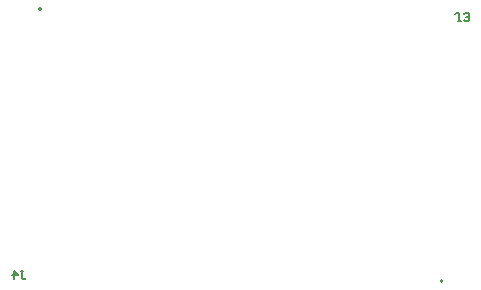
<source format=gbo>
G04*
G04 #@! TF.GenerationSoftware,Altium Limited,Altium Designer,24.6.1 (21)*
G04*
G04 Layer_Color=32896*
%FSLAX44Y44*%
%MOMM*%
G71*
G04*
G04 #@! TF.SameCoordinates,A60324F7-5EA5-4536-B251-014C174E4282*
G04*
G04*
G04 #@! TF.FilePolarity,Positive*
G04*
G01*
G75*
%ADD11C,0.2000*%
%ADD13C,0.1500*%
D11*
X171000Y-115000D02*
G03*
X171000Y-115000I-1000J0D01*
G01*
X-169000Y115000D02*
G03*
X-169000Y115000I-1000J0D01*
G01*
D13*
X-186334Y-106921D02*
X-184001D01*
X-185167D01*
Y-112753D01*
X-184001Y-113919D01*
X-182835D01*
X-181668Y-112753D01*
X-192165Y-113919D02*
Y-106921D01*
X-188666Y-110420D01*
X-193332D01*
X186334Y104831D02*
X184001D01*
X185167D01*
Y110662D01*
X184001Y111829D01*
X182835D01*
X181668Y110662D01*
X188666Y105997D02*
X189833Y104831D01*
X192165D01*
X193332Y105997D01*
Y107164D01*
X192165Y108330D01*
X190999D01*
X192165D01*
X193332Y109496D01*
Y110662D01*
X192165Y111829D01*
X189833D01*
X188666Y110662D01*
M02*

</source>
